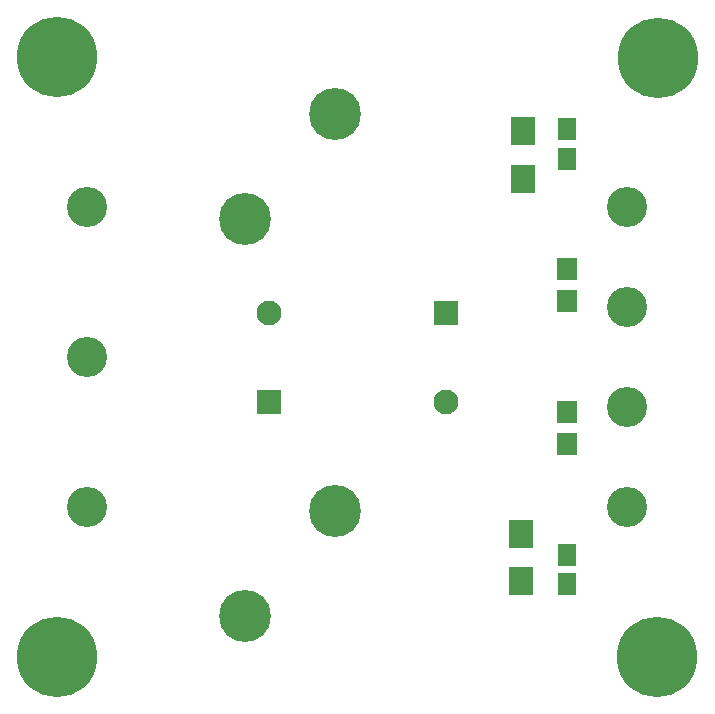
<source format=gbr>
G04 #@! TF.GenerationSoftware,KiCad,Pcbnew,(5.0.0)*
G04 #@! TF.CreationDate,2018-08-28T13:44:09+03:00*
G04 #@! TF.ProjectId,LCF05,4C434630352E6B696361645F70636200,rev?*
G04 #@! TF.SameCoordinates,Original*
G04 #@! TF.FileFunction,Soldermask,Top*
G04 #@! TF.FilePolarity,Negative*
%FSLAX46Y46*%
G04 Gerber Fmt 4.6, Leading zero omitted, Abs format (unit mm)*
G04 Created by KiCad (PCBNEW (5.0.0)) date 08/28/18 13:44:09*
%MOMM*%
%LPD*%
G01*
G04 APERTURE LIST*
%ADD10C,6.800000*%
%ADD11C,3.400000*%
%ADD12C,4.400000*%
%ADD13R,2.100000X2.100000*%
%ADD14C,2.100000*%
%ADD15R,1.700000X1.900000*%
%ADD16R,2.000000X2.400000*%
%ADD17R,1.650000X1.900000*%
G04 APERTURE END LIST*
D10*
G04 #@! TO.C,REF\002A\002A*
X172720000Y-91440000D03*
G04 #@! TD*
G04 #@! TO.C,REF\002A\002A*
X121920000Y-91440000D03*
G04 #@! TD*
G04 #@! TO.C,REF\002A\002A*
X121920000Y-40640000D03*
G04 #@! TD*
D11*
G04 #@! TO.C,P7*
X170180000Y-78740000D03*
G04 #@! TD*
G04 #@! TO.C,P4*
X170180000Y-53340000D03*
G04 #@! TD*
G04 #@! TO.C,P5*
X170180000Y-61806666D03*
G04 #@! TD*
G04 #@! TO.C,P6*
X170180000Y-70273332D03*
G04 #@! TD*
D12*
G04 #@! TO.C,L2*
X137795000Y-88011000D03*
X145415000Y-79121000D03*
G04 #@! TD*
G04 #@! TO.C,L1*
X137795000Y-54356000D03*
X145415000Y-45466000D03*
G04 #@! TD*
D13*
G04 #@! TO.C,C1*
X154876500Y-62293500D03*
D14*
X139876500Y-62293500D03*
G04 #@! TD*
D13*
G04 #@! TO.C,C2*
X139827000Y-69850000D03*
D14*
X154827000Y-69850000D03*
G04 #@! TD*
D15*
G04 #@! TO.C,R1*
X165100000Y-58640000D03*
X165100000Y-61340000D03*
G04 #@! TD*
G04 #@! TO.C,R2*
X165100000Y-70724000D03*
X165100000Y-73424000D03*
G04 #@! TD*
D16*
G04 #@! TO.C,C3*
X161353500Y-46958500D03*
X161353500Y-50958500D03*
G04 #@! TD*
G04 #@! TO.C,C4*
X161163000Y-85058000D03*
X161163000Y-81058000D03*
G04 #@! TD*
D17*
G04 #@! TO.C,C5*
X165100000Y-46756000D03*
X165100000Y-49256000D03*
G04 #@! TD*
G04 #@! TO.C,C6*
X165100000Y-85308000D03*
X165100000Y-82808000D03*
G04 #@! TD*
D11*
G04 #@! TO.C,P1*
X124460000Y-53340000D03*
G04 #@! TD*
G04 #@! TO.C,P2*
X124460000Y-66040000D03*
G04 #@! TD*
G04 #@! TO.C,P3*
X124460000Y-78740000D03*
G04 #@! TD*
D10*
G04 #@! TO.C,REF\002A\002A*
X172783500Y-40703500D03*
G04 #@! TD*
M02*

</source>
